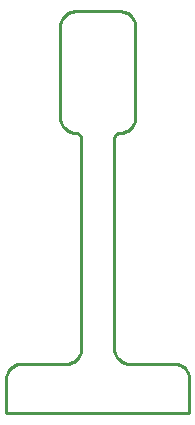
<source format=gbr>
G04 EAGLE Gerber RS-274X export*
G75*
%MOMM*%
%FSLAX34Y34*%
%LPD*%
%INSilkscreen Bottom*%
%IPPOS*%
%AMOC8*
5,1,8,0,0,1.08239X$1,22.5*%
G01*
%ADD10C,0.254000*%


D10*
X0Y0D02*
X154940Y0D01*
X154940Y29210D01*
X154892Y30317D01*
X154747Y31415D01*
X154507Y32497D01*
X154174Y33554D01*
X153750Y34577D01*
X153239Y35560D01*
X152643Y36494D01*
X151969Y37373D01*
X151220Y38190D01*
X150403Y38939D01*
X149524Y39613D01*
X148590Y40209D01*
X147607Y40720D01*
X146584Y41144D01*
X145527Y41477D01*
X144445Y41717D01*
X143347Y41862D01*
X142240Y41910D01*
X104140Y41910D01*
X103033Y41958D01*
X101935Y42103D01*
X100853Y42343D01*
X99796Y42676D01*
X98773Y43100D01*
X97790Y43611D01*
X96856Y44207D01*
X95977Y44881D01*
X95160Y45630D01*
X94411Y46447D01*
X93737Y47326D01*
X93141Y48260D01*
X92630Y49243D01*
X92206Y50266D01*
X91873Y51323D01*
X91633Y52405D01*
X91488Y53503D01*
X91440Y54610D01*
X91440Y232410D01*
X91459Y232853D01*
X91517Y233292D01*
X91613Y233725D01*
X91746Y234147D01*
X91916Y234557D01*
X92121Y234950D01*
X92359Y235324D01*
X92629Y235675D01*
X92928Y236002D01*
X93255Y236302D01*
X93606Y236571D01*
X93980Y236809D01*
X94373Y237014D01*
X94783Y237184D01*
X95205Y237317D01*
X95638Y237413D01*
X96077Y237471D01*
X96520Y237490D01*
X97627Y237538D01*
X98725Y237683D01*
X99807Y237923D01*
X100864Y238256D01*
X101887Y238680D01*
X102870Y239191D01*
X103804Y239787D01*
X104683Y240461D01*
X105500Y241210D01*
X106249Y242027D01*
X106923Y242906D01*
X107519Y243840D01*
X108030Y244823D01*
X108454Y245846D01*
X108787Y246903D01*
X109027Y247985D01*
X109172Y249083D01*
X109220Y250190D01*
X109220Y327660D01*
X109172Y328767D01*
X109027Y329865D01*
X108787Y330947D01*
X108454Y332004D01*
X108030Y333027D01*
X107519Y334010D01*
X106923Y334944D01*
X106249Y335823D01*
X105500Y336640D01*
X104683Y337389D01*
X103804Y338063D01*
X102870Y338659D01*
X101887Y339170D01*
X100864Y339594D01*
X99807Y339927D01*
X98725Y340167D01*
X97627Y340312D01*
X96520Y340360D01*
X58420Y340360D01*
X57313Y340312D01*
X56215Y340167D01*
X55133Y339927D01*
X54076Y339594D01*
X53053Y339170D01*
X52070Y338659D01*
X51136Y338063D01*
X50257Y337389D01*
X49440Y336640D01*
X48691Y335823D01*
X48017Y334944D01*
X47421Y334010D01*
X46910Y333027D01*
X46486Y332004D01*
X46153Y330947D01*
X45913Y329865D01*
X45768Y328767D01*
X45720Y327660D01*
X45720Y250190D01*
X45768Y249083D01*
X45913Y247985D01*
X46153Y246903D01*
X46486Y245846D01*
X46910Y244823D01*
X47421Y243840D01*
X48017Y242906D01*
X48691Y242027D01*
X49440Y241210D01*
X50257Y240461D01*
X51136Y239787D01*
X52070Y239191D01*
X53053Y238680D01*
X54076Y238256D01*
X55133Y237923D01*
X56215Y237683D01*
X57313Y237538D01*
X58420Y237490D01*
X58863Y237471D01*
X59302Y237413D01*
X59735Y237317D01*
X60157Y237184D01*
X60567Y237014D01*
X60960Y236809D01*
X61334Y236571D01*
X61685Y236302D01*
X62012Y236002D01*
X62312Y235675D01*
X62581Y235324D01*
X62819Y234950D01*
X63024Y234557D01*
X63194Y234147D01*
X63327Y233725D01*
X63423Y233292D01*
X63481Y232853D01*
X63500Y232410D01*
X63500Y54610D01*
X63452Y53503D01*
X63307Y52405D01*
X63067Y51323D01*
X62734Y50266D01*
X62310Y49243D01*
X61799Y48260D01*
X61203Y47326D01*
X60529Y46447D01*
X59780Y45630D01*
X58963Y44881D01*
X58084Y44207D01*
X57150Y43611D01*
X56167Y43100D01*
X55144Y42676D01*
X54087Y42343D01*
X53005Y42103D01*
X51907Y41958D01*
X50800Y41910D01*
X12700Y41910D01*
X11593Y41862D01*
X10495Y41717D01*
X9413Y41477D01*
X8356Y41144D01*
X7333Y40720D01*
X6350Y40209D01*
X5416Y39613D01*
X4537Y38939D01*
X3720Y38190D01*
X2971Y37373D01*
X2297Y36494D01*
X1701Y35560D01*
X1190Y34577D01*
X766Y33554D01*
X433Y32497D01*
X193Y31415D01*
X48Y30317D01*
X0Y29210D01*
X0Y0D01*
M02*

</source>
